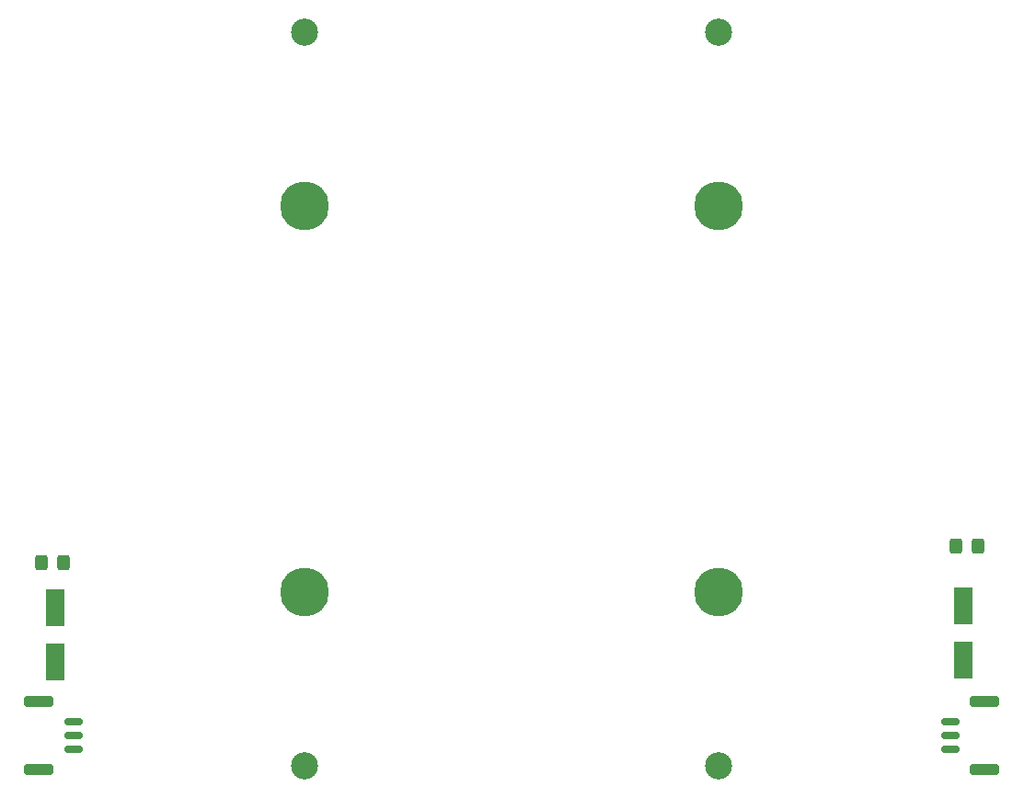
<source format=gbr>
%TF.GenerationSoftware,KiCad,Pcbnew,6.0.4-6f826c9f35~116~ubuntu20.04.1*%
%TF.CreationDate,2022-07-18T09:08:53+00:00*%
%TF.ProjectId,UST2BATTD01A,55535432-4241-4545-9444-3031412e6b69,rev?*%
%TF.SameCoordinates,PX463f660PY87a6900*%
%TF.FileFunction,Copper,L2,Bot*%
%TF.FilePolarity,Positive*%
%FSLAX46Y46*%
G04 Gerber Fmt 4.6, Leading zero omitted, Abs format (unit mm)*
G04 Created by KiCad (PCBNEW 6.0.4-6f826c9f35~116~ubuntu20.04.1) date 2022-07-18 09:08:53*
%MOMM*%
%LPD*%
G01*
G04 APERTURE LIST*
G04 Aperture macros list*
%AMRoundRect*
0 Rectangle with rounded corners*
0 $1 Rounding radius*
0 $2 $3 $4 $5 $6 $7 $8 $9 X,Y pos of 4 corners*
0 Add a 4 corners polygon primitive as box body*
4,1,4,$2,$3,$4,$5,$6,$7,$8,$9,$2,$3,0*
0 Add four circle primitives for the rounded corners*
1,1,$1+$1,$2,$3*
1,1,$1+$1,$4,$5*
1,1,$1+$1,$6,$7*
1,1,$1+$1,$8,$9*
0 Add four rect primitives between the rounded corners*
20,1,$1+$1,$2,$3,$4,$5,0*
20,1,$1+$1,$4,$5,$6,$7,0*
20,1,$1+$1,$6,$7,$8,$9,0*
20,1,$1+$1,$8,$9,$2,$3,0*%
G04 Aperture macros list end*
%TA.AperFunction,WasherPad*%
%ADD10C,4.500000*%
%TD*%
%TA.AperFunction,ComponentPad*%
%ADD11C,2.500000*%
%TD*%
%TA.AperFunction,SMDPad,CuDef*%
%ADD12R,1.800000X3.500000*%
%TD*%
%TA.AperFunction,SMDPad,CuDef*%
%ADD13RoundRect,0.250000X-0.325000X-0.450000X0.325000X-0.450000X0.325000X0.450000X-0.325000X0.450000X0*%
%TD*%
%TA.AperFunction,SMDPad,CuDef*%
%ADD14RoundRect,0.150000X0.700000X-0.150000X0.700000X0.150000X-0.700000X0.150000X-0.700000X-0.150000X0*%
%TD*%
%TA.AperFunction,SMDPad,CuDef*%
%ADD15RoundRect,0.250000X1.100000X-0.250000X1.100000X0.250000X-1.100000X0.250000X-1.100000X-0.250000X0*%
%TD*%
%TA.AperFunction,SMDPad,CuDef*%
%ADD16RoundRect,0.150000X-0.700000X0.150000X-0.700000X-0.150000X0.700000X-0.150000X0.700000X0.150000X0*%
%TD*%
%TA.AperFunction,SMDPad,CuDef*%
%ADD17RoundRect,0.250000X-1.100000X0.250000X-1.100000X-0.250000X1.100000X-0.250000X1.100000X0.250000X0*%
%TD*%
G04 APERTURE END LIST*
D10*
%TO.P,BT1,*%
%TO.N,*%
X26670000Y18200000D03*
X26670000Y53800000D03*
D11*
%TO.P,BT1,1,+*%
%TO.N,Net-(F1-Pad2)*%
X26670000Y2250000D03*
%TO.P,BT1,2,-*%
%TO.N,GND*%
X26670000Y69750000D03*
%TD*%
D10*
%TO.P,BT2,*%
%TO.N,*%
X64770000Y53800000D03*
X64770000Y18200000D03*
D11*
%TO.P,BT2,1,+*%
%TO.N,Net-(F2-Pad2)*%
X64770000Y2250000D03*
%TO.P,BT2,2,-*%
%TO.N,GND*%
X64770000Y69750000D03*
%TD*%
D12*
%TO.P,D4,1,K*%
%TO.N,Net-(D1-Pad1)*%
X3683000Y11811000D03*
%TO.P,D4,2,A*%
%TO.N,Net-(D4-Pad2)*%
X3683000Y16811000D03*
%TD*%
D13*
%TO.P,F3,1*%
%TO.N,Net-(D3-Pad2)*%
X2404000Y20955000D03*
%TO.P,F3,2*%
%TO.N,Net-(F1-Pad2)*%
X4454000Y20955000D03*
%TD*%
D14*
%TO.P,J4,1*%
%TO.N,GND*%
X5406000Y3750000D03*
%TO.P,J4,2*%
%TO.N,Net-(D1-Pad1)*%
X5406000Y5000000D03*
%TO.P,J4,3*%
%TO.N,GND*%
X5406000Y6250000D03*
D15*
%TO.P,J4,MP*%
X2206000Y8100000D03*
X2206000Y1900000D03*
%TD*%
D12*
%TO.P,D3,1,K*%
%TO.N,Net-(D1-Pad1)*%
X87249000Y11978000D03*
%TO.P,D3,2,A*%
%TO.N,Net-(D3-Pad2)*%
X87249000Y16978000D03*
%TD*%
D16*
%TO.P,J3,1*%
%TO.N,GND*%
X86034000Y6250000D03*
%TO.P,J3,2*%
%TO.N,Net-(D1-Pad1)*%
X86034000Y5000000D03*
%TO.P,J3,3*%
%TO.N,GND*%
X86034000Y3750000D03*
D17*
%TO.P,J3,MP*%
X89234000Y8100000D03*
X89234000Y1900000D03*
%TD*%
D13*
%TO.P,F4,1*%
%TO.N,Net-(D4-Pad2)*%
X86605000Y22479000D03*
%TO.P,F4,2*%
%TO.N,Net-(F2-Pad2)*%
X88655000Y22479000D03*
%TD*%
M02*

</source>
